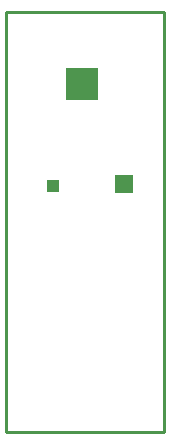
<source format=gko>
%FSAX24Y24*%
%MOIN*%
G70*
G01*
G75*
G04 Layer_Color=16711935*
%ADD10R,0.0177X0.0114*%
%ADD11R,0.0114X0.0177*%
%ADD12R,0.0315X0.0114*%
%ADD13R,0.0126X0.0354*%
%ADD14O,0.0116X0.0354*%
%ADD15O,0.0354X0.0116*%
%ADD16R,0.0433X0.0551*%
%ADD17R,0.0866X0.0787*%
%ADD18R,0.0551X0.0433*%
%ADD19C,0.0080*%
%ADD20C,0.0591*%
%ADD21R,0.0591X0.0591*%
%ADD22C,0.0350*%
%ADD23C,0.0100*%
%ADD24R,0.0629X0.0621*%
%ADD25R,0.0449X0.0425*%
%ADD26R,0.1064X0.1062*%
D23*
X020500Y030500D02*
X025780D01*
Y044500D01*
X020500D02*
X025780D01*
X020500Y030500D02*
Y044500D01*
D24*
X024451Y038757D02*
D03*
D25*
X022074Y038706D02*
D03*
D26*
X023050Y042101D02*
D03*
M02*

</source>
